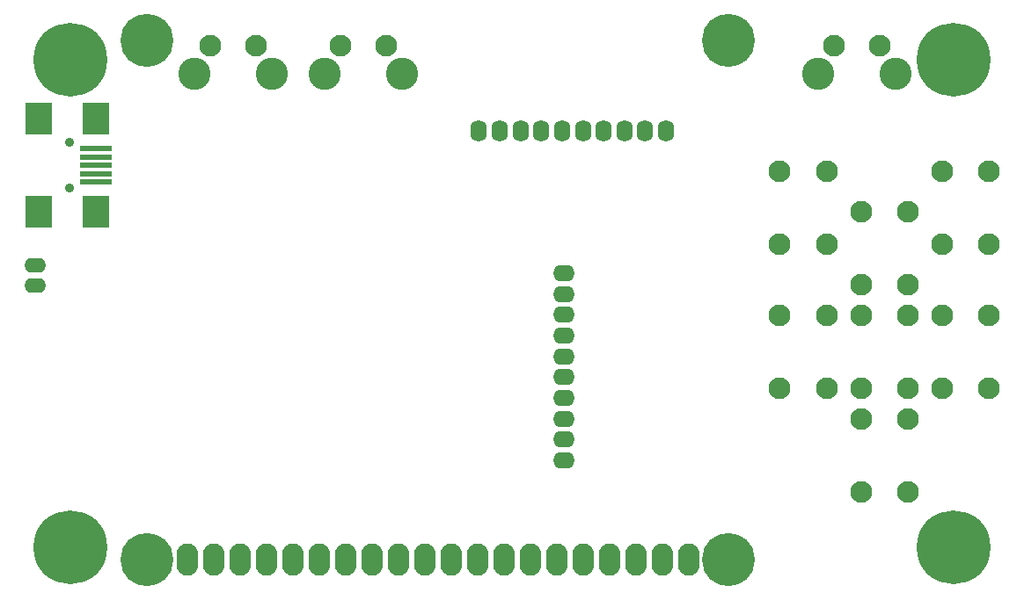
<source format=gts>
G04 Layer_Color=8388736*
%FSLAX44Y44*%
%MOMM*%
G71*
G01*
G75*
%ADD23C,0.9000*%
%ADD62R,2.6000X3.1000*%
%ADD63R,3.1000X0.6000*%
%ADD64C,7.1000*%
%ADD65C,2.1000*%
%ADD66C,3.1000*%
%ADD67C,0.1000*%
%ADD68C,5.1000*%
%ADD69O,2.1000X3.1000*%
%ADD70O,2.1000X1.4000*%
%ADD71O,1.6000X2.1000*%
%ADD72O,2.1000X1.6000*%
D23*
X49397Y396500D02*
D03*
Y440500D02*
D03*
D62*
X74397Y373500D02*
D03*
X19397D02*
D03*
Y463500D02*
D03*
X74397D02*
D03*
D63*
Y402500D02*
D03*
Y410500D02*
D03*
Y418500D02*
D03*
Y426500D02*
D03*
Y434500D02*
D03*
D64*
X50000Y50000D02*
D03*
Y520000D02*
D03*
X900000D02*
D03*
Y50000D02*
D03*
D65*
X784750Y534000D02*
D03*
X829000D02*
D03*
X309750D02*
D03*
X354000D02*
D03*
X184500D02*
D03*
X228750D02*
D03*
X732750Y413000D02*
D03*
X777750D02*
D03*
Y342500D02*
D03*
X732750D02*
D03*
X810750Y374000D02*
D03*
X855750D02*
D03*
Y303500D02*
D03*
X810750D02*
D03*
X888750Y413000D02*
D03*
X933750D02*
D03*
Y342500D02*
D03*
X888750D02*
D03*
X732750Y274000D02*
D03*
X777750D02*
D03*
Y203500D02*
D03*
X732750D02*
D03*
X810750Y274000D02*
D03*
X855750D02*
D03*
Y203500D02*
D03*
X810750D02*
D03*
X888750Y274000D02*
D03*
X933750D02*
D03*
Y203500D02*
D03*
X888750D02*
D03*
X810750Y174000D02*
D03*
X855750D02*
D03*
Y103500D02*
D03*
X810750D02*
D03*
D66*
X769750Y506750D02*
D03*
X844000D02*
D03*
X294750D02*
D03*
X369000D02*
D03*
X169500D02*
D03*
X243750D02*
D03*
D67*
X266897Y395750D02*
D03*
X341397D02*
D03*
D68*
X683400Y38750D02*
D03*
Y538500D02*
D03*
X123500D02*
D03*
Y38750D02*
D03*
D69*
X162200Y38650D02*
D03*
X187600D02*
D03*
X213000D02*
D03*
X238400D02*
D03*
X263800D02*
D03*
X289200D02*
D03*
X314600D02*
D03*
X340000D02*
D03*
X365400D02*
D03*
X390800D02*
D03*
X416200D02*
D03*
X441600D02*
D03*
X467000D02*
D03*
X492400D02*
D03*
X517800D02*
D03*
X543200D02*
D03*
X568600D02*
D03*
X594000D02*
D03*
X619400D02*
D03*
X644800D02*
D03*
D70*
X16250Y302250D02*
D03*
Y322250D02*
D03*
D71*
X443250Y451253D02*
D03*
X463250D02*
D03*
X483250D02*
D03*
X503250D02*
D03*
X523250D02*
D03*
X543250D02*
D03*
X563250D02*
D03*
X583250D02*
D03*
X603250D02*
D03*
X623250D02*
D03*
D72*
X525000Y314250D02*
D03*
Y294250D02*
D03*
Y274250D02*
D03*
Y254250D02*
D03*
Y234250D02*
D03*
Y214250D02*
D03*
Y194250D02*
D03*
Y174250D02*
D03*
Y154250D02*
D03*
Y134250D02*
D03*
M02*

</source>
